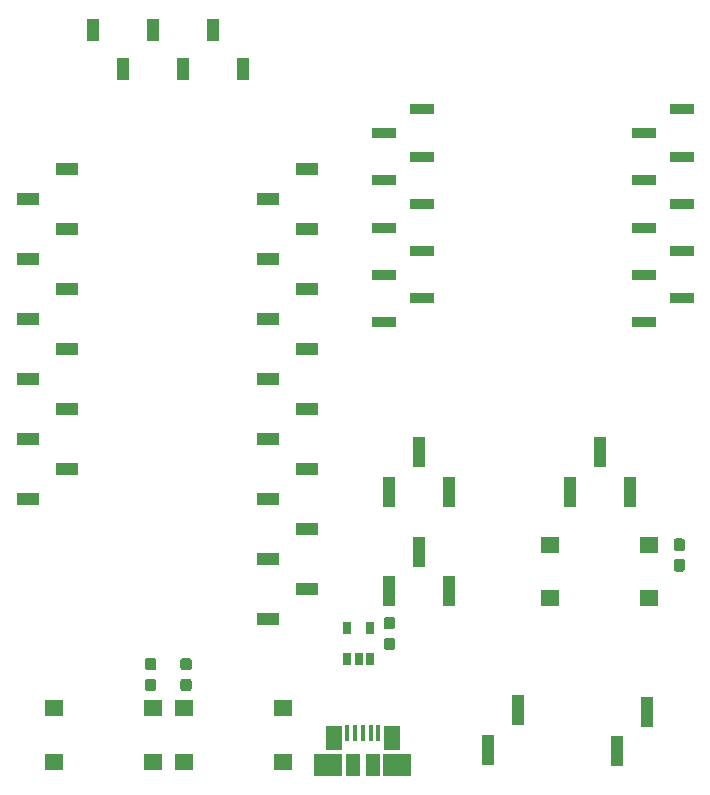
<source format=gtp>
G04 #@! TF.GenerationSoftware,KiCad,Pcbnew,(5.0.1)-3*
G04 #@! TF.CreationDate,2019-03-20T13:05:33+01:00*
G04 #@! TF.ProjectId,FeatherWing and xBee motherboard,4665617468657257696E6720616E6420,rev?*
G04 #@! TF.SameCoordinates,Original*
G04 #@! TF.FileFunction,Paste,Top*
G04 #@! TF.FilePolarity,Positive*
%FSLAX46Y46*%
G04 Gerber Fmt 4.6, Leading zero omitted, Abs format (unit mm)*
G04 Created by KiCad (PCBNEW (5.0.1)-3) date 20.03.2019 13:05:33*
%MOMM*%
%LPD*%
G01*
G04 APERTURE LIST*
%ADD10R,0.450000X1.380000*%
%ADD11R,1.475000X2.100000*%
%ADD12R,2.375000X1.900000*%
%ADD13R,1.175000X1.900000*%
%ADD14C,0.100000*%
%ADD15C,0.950000*%
%ADD16R,1.000000X2.510000*%
%ADD17R,2.000000X0.900000*%
%ADD18R,1.900000X1.000000*%
%ADD19R,1.600000X1.400000*%
%ADD20R,1.000000X1.900000*%
%ADD21R,0.660000X1.000000*%
G04 APERTURE END LIST*
D10*
G04 #@! TO.C,J1*
X113770800Y-136098000D03*
X114420800Y-136098000D03*
X115070800Y-136098000D03*
X115720800Y-136098000D03*
X116370800Y-136098000D03*
D11*
X112608300Y-136458000D03*
X117533300Y-136458000D03*
D12*
X112160800Y-138758000D03*
X117980800Y-138758000D03*
D13*
X114230800Y-138758000D03*
X115910800Y-138758000D03*
G04 #@! TD*
D14*
G04 #@! TO.C,R1*
G36*
X97361579Y-131464144D02*
X97384634Y-131467563D01*
X97407243Y-131473227D01*
X97429187Y-131481079D01*
X97450257Y-131491044D01*
X97470248Y-131503026D01*
X97488968Y-131516910D01*
X97506238Y-131532562D01*
X97521890Y-131549832D01*
X97535774Y-131568552D01*
X97547756Y-131588543D01*
X97557721Y-131609613D01*
X97565573Y-131631557D01*
X97571237Y-131654166D01*
X97574656Y-131677221D01*
X97575800Y-131700500D01*
X97575800Y-132275500D01*
X97574656Y-132298779D01*
X97571237Y-132321834D01*
X97565573Y-132344443D01*
X97557721Y-132366387D01*
X97547756Y-132387457D01*
X97535774Y-132407448D01*
X97521890Y-132426168D01*
X97506238Y-132443438D01*
X97488968Y-132459090D01*
X97470248Y-132472974D01*
X97450257Y-132484956D01*
X97429187Y-132494921D01*
X97407243Y-132502773D01*
X97384634Y-132508437D01*
X97361579Y-132511856D01*
X97338300Y-132513000D01*
X96863300Y-132513000D01*
X96840021Y-132511856D01*
X96816966Y-132508437D01*
X96794357Y-132502773D01*
X96772413Y-132494921D01*
X96751343Y-132484956D01*
X96731352Y-132472974D01*
X96712632Y-132459090D01*
X96695362Y-132443438D01*
X96679710Y-132426168D01*
X96665826Y-132407448D01*
X96653844Y-132387457D01*
X96643879Y-132366387D01*
X96636027Y-132344443D01*
X96630363Y-132321834D01*
X96626944Y-132298779D01*
X96625800Y-132275500D01*
X96625800Y-131700500D01*
X96626944Y-131677221D01*
X96630363Y-131654166D01*
X96636027Y-131631557D01*
X96643879Y-131609613D01*
X96653844Y-131588543D01*
X96665826Y-131568552D01*
X96679710Y-131549832D01*
X96695362Y-131532562D01*
X96712632Y-131516910D01*
X96731352Y-131503026D01*
X96751343Y-131491044D01*
X96772413Y-131481079D01*
X96794357Y-131473227D01*
X96816966Y-131467563D01*
X96840021Y-131464144D01*
X96863300Y-131463000D01*
X97338300Y-131463000D01*
X97361579Y-131464144D01*
X97361579Y-131464144D01*
G37*
D15*
X97100800Y-131988000D03*
D14*
G36*
X97361579Y-129714144D02*
X97384634Y-129717563D01*
X97407243Y-129723227D01*
X97429187Y-129731079D01*
X97450257Y-129741044D01*
X97470248Y-129753026D01*
X97488968Y-129766910D01*
X97506238Y-129782562D01*
X97521890Y-129799832D01*
X97535774Y-129818552D01*
X97547756Y-129838543D01*
X97557721Y-129859613D01*
X97565573Y-129881557D01*
X97571237Y-129904166D01*
X97574656Y-129927221D01*
X97575800Y-129950500D01*
X97575800Y-130525500D01*
X97574656Y-130548779D01*
X97571237Y-130571834D01*
X97565573Y-130594443D01*
X97557721Y-130616387D01*
X97547756Y-130637457D01*
X97535774Y-130657448D01*
X97521890Y-130676168D01*
X97506238Y-130693438D01*
X97488968Y-130709090D01*
X97470248Y-130722974D01*
X97450257Y-130734956D01*
X97429187Y-130744921D01*
X97407243Y-130752773D01*
X97384634Y-130758437D01*
X97361579Y-130761856D01*
X97338300Y-130763000D01*
X96863300Y-130763000D01*
X96840021Y-130761856D01*
X96816966Y-130758437D01*
X96794357Y-130752773D01*
X96772413Y-130744921D01*
X96751343Y-130734956D01*
X96731352Y-130722974D01*
X96712632Y-130709090D01*
X96695362Y-130693438D01*
X96679710Y-130676168D01*
X96665826Y-130657448D01*
X96653844Y-130637457D01*
X96643879Y-130616387D01*
X96636027Y-130594443D01*
X96630363Y-130571834D01*
X96626944Y-130548779D01*
X96625800Y-130525500D01*
X96625800Y-129950500D01*
X96626944Y-129927221D01*
X96630363Y-129904166D01*
X96636027Y-129881557D01*
X96643879Y-129859613D01*
X96653844Y-129838543D01*
X96665826Y-129818552D01*
X96679710Y-129799832D01*
X96695362Y-129782562D01*
X96712632Y-129766910D01*
X96731352Y-129753026D01*
X96751343Y-129741044D01*
X96772413Y-129731079D01*
X96794357Y-129723227D01*
X96816966Y-129717563D01*
X96840021Y-129714144D01*
X96863300Y-129713000D01*
X97338300Y-129713000D01*
X97361579Y-129714144D01*
X97361579Y-129714144D01*
G37*
D15*
X97100800Y-130238000D03*
G04 #@! TD*
D14*
G04 #@! TO.C,R2*
G36*
X100361579Y-129714144D02*
X100384634Y-129717563D01*
X100407243Y-129723227D01*
X100429187Y-129731079D01*
X100450257Y-129741044D01*
X100470248Y-129753026D01*
X100488968Y-129766910D01*
X100506238Y-129782562D01*
X100521890Y-129799832D01*
X100535774Y-129818552D01*
X100547756Y-129838543D01*
X100557721Y-129859613D01*
X100565573Y-129881557D01*
X100571237Y-129904166D01*
X100574656Y-129927221D01*
X100575800Y-129950500D01*
X100575800Y-130525500D01*
X100574656Y-130548779D01*
X100571237Y-130571834D01*
X100565573Y-130594443D01*
X100557721Y-130616387D01*
X100547756Y-130637457D01*
X100535774Y-130657448D01*
X100521890Y-130676168D01*
X100506238Y-130693438D01*
X100488968Y-130709090D01*
X100470248Y-130722974D01*
X100450257Y-130734956D01*
X100429187Y-130744921D01*
X100407243Y-130752773D01*
X100384634Y-130758437D01*
X100361579Y-130761856D01*
X100338300Y-130763000D01*
X99863300Y-130763000D01*
X99840021Y-130761856D01*
X99816966Y-130758437D01*
X99794357Y-130752773D01*
X99772413Y-130744921D01*
X99751343Y-130734956D01*
X99731352Y-130722974D01*
X99712632Y-130709090D01*
X99695362Y-130693438D01*
X99679710Y-130676168D01*
X99665826Y-130657448D01*
X99653844Y-130637457D01*
X99643879Y-130616387D01*
X99636027Y-130594443D01*
X99630363Y-130571834D01*
X99626944Y-130548779D01*
X99625800Y-130525500D01*
X99625800Y-129950500D01*
X99626944Y-129927221D01*
X99630363Y-129904166D01*
X99636027Y-129881557D01*
X99643879Y-129859613D01*
X99653844Y-129838543D01*
X99665826Y-129818552D01*
X99679710Y-129799832D01*
X99695362Y-129782562D01*
X99712632Y-129766910D01*
X99731352Y-129753026D01*
X99751343Y-129741044D01*
X99772413Y-129731079D01*
X99794357Y-129723227D01*
X99816966Y-129717563D01*
X99840021Y-129714144D01*
X99863300Y-129713000D01*
X100338300Y-129713000D01*
X100361579Y-129714144D01*
X100361579Y-129714144D01*
G37*
D15*
X100100800Y-130238000D03*
D14*
G36*
X100361579Y-131464144D02*
X100384634Y-131467563D01*
X100407243Y-131473227D01*
X100429187Y-131481079D01*
X100450257Y-131491044D01*
X100470248Y-131503026D01*
X100488968Y-131516910D01*
X100506238Y-131532562D01*
X100521890Y-131549832D01*
X100535774Y-131568552D01*
X100547756Y-131588543D01*
X100557721Y-131609613D01*
X100565573Y-131631557D01*
X100571237Y-131654166D01*
X100574656Y-131677221D01*
X100575800Y-131700500D01*
X100575800Y-132275500D01*
X100574656Y-132298779D01*
X100571237Y-132321834D01*
X100565573Y-132344443D01*
X100557721Y-132366387D01*
X100547756Y-132387457D01*
X100535774Y-132407448D01*
X100521890Y-132426168D01*
X100506238Y-132443438D01*
X100488968Y-132459090D01*
X100470248Y-132472974D01*
X100450257Y-132484956D01*
X100429187Y-132494921D01*
X100407243Y-132502773D01*
X100384634Y-132508437D01*
X100361579Y-132511856D01*
X100338300Y-132513000D01*
X99863300Y-132513000D01*
X99840021Y-132511856D01*
X99816966Y-132508437D01*
X99794357Y-132502773D01*
X99772413Y-132494921D01*
X99751343Y-132484956D01*
X99731352Y-132472974D01*
X99712632Y-132459090D01*
X99695362Y-132443438D01*
X99679710Y-132426168D01*
X99665826Y-132407448D01*
X99653844Y-132387457D01*
X99643879Y-132366387D01*
X99636027Y-132344443D01*
X99630363Y-132321834D01*
X99626944Y-132298779D01*
X99625800Y-132275500D01*
X99625800Y-131700500D01*
X99626944Y-131677221D01*
X99630363Y-131654166D01*
X99636027Y-131631557D01*
X99643879Y-131609613D01*
X99653844Y-131588543D01*
X99665826Y-131568552D01*
X99679710Y-131549832D01*
X99695362Y-131532562D01*
X99712632Y-131516910D01*
X99731352Y-131503026D01*
X99751343Y-131491044D01*
X99772413Y-131481079D01*
X99794357Y-131473227D01*
X99816966Y-131467563D01*
X99840021Y-131464144D01*
X99863300Y-131463000D01*
X100338300Y-131463000D01*
X100361579Y-131464144D01*
X100361579Y-131464144D01*
G37*
D15*
X100100800Y-131988000D03*
G04 #@! TD*
D16*
G04 #@! TO.C,SW4*
X117294000Y-115621000D03*
X122374000Y-115621000D03*
X119834000Y-112311000D03*
G04 #@! TD*
G04 #@! TO.C,SW5*
X135148800Y-112311000D03*
X137688800Y-115621000D03*
X132608800Y-115621000D03*
G04 #@! TD*
D14*
G04 #@! TO.C,C1*
G36*
X117584779Y-126238144D02*
X117607834Y-126241563D01*
X117630443Y-126247227D01*
X117652387Y-126255079D01*
X117673457Y-126265044D01*
X117693448Y-126277026D01*
X117712168Y-126290910D01*
X117729438Y-126306562D01*
X117745090Y-126323832D01*
X117758974Y-126342552D01*
X117770956Y-126362543D01*
X117780921Y-126383613D01*
X117788773Y-126405557D01*
X117794437Y-126428166D01*
X117797856Y-126451221D01*
X117799000Y-126474500D01*
X117799000Y-127049500D01*
X117797856Y-127072779D01*
X117794437Y-127095834D01*
X117788773Y-127118443D01*
X117780921Y-127140387D01*
X117770956Y-127161457D01*
X117758974Y-127181448D01*
X117745090Y-127200168D01*
X117729438Y-127217438D01*
X117712168Y-127233090D01*
X117693448Y-127246974D01*
X117673457Y-127258956D01*
X117652387Y-127268921D01*
X117630443Y-127276773D01*
X117607834Y-127282437D01*
X117584779Y-127285856D01*
X117561500Y-127287000D01*
X117086500Y-127287000D01*
X117063221Y-127285856D01*
X117040166Y-127282437D01*
X117017557Y-127276773D01*
X116995613Y-127268921D01*
X116974543Y-127258956D01*
X116954552Y-127246974D01*
X116935832Y-127233090D01*
X116918562Y-127217438D01*
X116902910Y-127200168D01*
X116889026Y-127181448D01*
X116877044Y-127161457D01*
X116867079Y-127140387D01*
X116859227Y-127118443D01*
X116853563Y-127095834D01*
X116850144Y-127072779D01*
X116849000Y-127049500D01*
X116849000Y-126474500D01*
X116850144Y-126451221D01*
X116853563Y-126428166D01*
X116859227Y-126405557D01*
X116867079Y-126383613D01*
X116877044Y-126362543D01*
X116889026Y-126342552D01*
X116902910Y-126323832D01*
X116918562Y-126306562D01*
X116935832Y-126290910D01*
X116954552Y-126277026D01*
X116974543Y-126265044D01*
X116995613Y-126255079D01*
X117017557Y-126247227D01*
X117040166Y-126241563D01*
X117063221Y-126238144D01*
X117086500Y-126237000D01*
X117561500Y-126237000D01*
X117584779Y-126238144D01*
X117584779Y-126238144D01*
G37*
D15*
X117324000Y-126762000D03*
D14*
G36*
X117584779Y-127988144D02*
X117607834Y-127991563D01*
X117630443Y-127997227D01*
X117652387Y-128005079D01*
X117673457Y-128015044D01*
X117693448Y-128027026D01*
X117712168Y-128040910D01*
X117729438Y-128056562D01*
X117745090Y-128073832D01*
X117758974Y-128092552D01*
X117770956Y-128112543D01*
X117780921Y-128133613D01*
X117788773Y-128155557D01*
X117794437Y-128178166D01*
X117797856Y-128201221D01*
X117799000Y-128224500D01*
X117799000Y-128799500D01*
X117797856Y-128822779D01*
X117794437Y-128845834D01*
X117788773Y-128868443D01*
X117780921Y-128890387D01*
X117770956Y-128911457D01*
X117758974Y-128931448D01*
X117745090Y-128950168D01*
X117729438Y-128967438D01*
X117712168Y-128983090D01*
X117693448Y-128996974D01*
X117673457Y-129008956D01*
X117652387Y-129018921D01*
X117630443Y-129026773D01*
X117607834Y-129032437D01*
X117584779Y-129035856D01*
X117561500Y-129037000D01*
X117086500Y-129037000D01*
X117063221Y-129035856D01*
X117040166Y-129032437D01*
X117017557Y-129026773D01*
X116995613Y-129018921D01*
X116974543Y-129008956D01*
X116954552Y-128996974D01*
X116935832Y-128983090D01*
X116918562Y-128967438D01*
X116902910Y-128950168D01*
X116889026Y-128931448D01*
X116877044Y-128911457D01*
X116867079Y-128890387D01*
X116859227Y-128868443D01*
X116853563Y-128845834D01*
X116850144Y-128822779D01*
X116849000Y-128799500D01*
X116849000Y-128224500D01*
X116850144Y-128201221D01*
X116853563Y-128178166D01*
X116859227Y-128155557D01*
X116867079Y-128133613D01*
X116877044Y-128112543D01*
X116889026Y-128092552D01*
X116902910Y-128073832D01*
X116918562Y-128056562D01*
X116935832Y-128040910D01*
X116954552Y-128027026D01*
X116974543Y-128015044D01*
X116995613Y-128005079D01*
X117017557Y-127997227D01*
X117040166Y-127991563D01*
X117063221Y-127988144D01*
X117086500Y-127987000D01*
X117561500Y-127987000D01*
X117584779Y-127988144D01*
X117584779Y-127988144D01*
G37*
D15*
X117324000Y-128512000D03*
G04 #@! TD*
D17*
G04 #@! TO.C,U1*
X138874000Y-85266000D03*
X138874000Y-89266000D03*
X138874000Y-93266000D03*
X138874000Y-97266000D03*
X138874000Y-101266000D03*
X142074000Y-83266000D03*
X142074000Y-87266000D03*
X142074000Y-91266000D03*
X142074000Y-95266000D03*
X142074000Y-99266000D03*
X116874000Y-85266000D03*
X116874000Y-89266000D03*
X116874000Y-93266000D03*
X116874000Y-97266000D03*
X116874000Y-101266000D03*
X120074000Y-83266000D03*
X120074000Y-87266000D03*
X120074000Y-91266000D03*
X120074000Y-95266000D03*
X120074000Y-99266000D03*
G04 #@! TD*
D18*
G04 #@! TO.C,U2*
X86734532Y-90866070D03*
X86734532Y-95946070D03*
X86734532Y-101026070D03*
X86734532Y-106106070D03*
X86734532Y-111186070D03*
X86734532Y-116266070D03*
X90034532Y-88326070D03*
X90034532Y-93406070D03*
X90034532Y-98486070D03*
X90034532Y-103566070D03*
X90034532Y-108646070D03*
X90034532Y-113726070D03*
X107050268Y-90868000D03*
X107050268Y-95948000D03*
X107050268Y-101028000D03*
X107050268Y-106108000D03*
X107050268Y-111188000D03*
X107050268Y-116268000D03*
X107050268Y-121348000D03*
X107050268Y-126428000D03*
X110350268Y-88328000D03*
X110350268Y-93408000D03*
X110350268Y-98488000D03*
X110350268Y-103568000D03*
X110350268Y-108648000D03*
X110350268Y-113728000D03*
X110350268Y-118808000D03*
X110350268Y-123888000D03*
G04 #@! TD*
D19*
G04 #@! TO.C,SW1*
X88900800Y-138488000D03*
X88900800Y-133988000D03*
X97300800Y-133988000D03*
X97300800Y-138488000D03*
G04 #@! TD*
G04 #@! TO.C,SW2*
X108300800Y-138488000D03*
X108300800Y-133988000D03*
X99900800Y-133988000D03*
X99900800Y-138488000D03*
G04 #@! TD*
D16*
G04 #@! TO.C,J2*
X128248800Y-134150000D03*
X125708800Y-137460000D03*
G04 #@! TD*
G04 #@! TO.C,J3*
X136608300Y-137563000D03*
X139148300Y-134253000D03*
G04 #@! TD*
D14*
G04 #@! TO.C,R3*
G36*
X142134779Y-121342144D02*
X142157834Y-121345563D01*
X142180443Y-121351227D01*
X142202387Y-121359079D01*
X142223457Y-121369044D01*
X142243448Y-121381026D01*
X142262168Y-121394910D01*
X142279438Y-121410562D01*
X142295090Y-121427832D01*
X142308974Y-121446552D01*
X142320956Y-121466543D01*
X142330921Y-121487613D01*
X142338773Y-121509557D01*
X142344437Y-121532166D01*
X142347856Y-121555221D01*
X142349000Y-121578500D01*
X142349000Y-122153500D01*
X142347856Y-122176779D01*
X142344437Y-122199834D01*
X142338773Y-122222443D01*
X142330921Y-122244387D01*
X142320956Y-122265457D01*
X142308974Y-122285448D01*
X142295090Y-122304168D01*
X142279438Y-122321438D01*
X142262168Y-122337090D01*
X142243448Y-122350974D01*
X142223457Y-122362956D01*
X142202387Y-122372921D01*
X142180443Y-122380773D01*
X142157834Y-122386437D01*
X142134779Y-122389856D01*
X142111500Y-122391000D01*
X141636500Y-122391000D01*
X141613221Y-122389856D01*
X141590166Y-122386437D01*
X141567557Y-122380773D01*
X141545613Y-122372921D01*
X141524543Y-122362956D01*
X141504552Y-122350974D01*
X141485832Y-122337090D01*
X141468562Y-122321438D01*
X141452910Y-122304168D01*
X141439026Y-122285448D01*
X141427044Y-122265457D01*
X141417079Y-122244387D01*
X141409227Y-122222443D01*
X141403563Y-122199834D01*
X141400144Y-122176779D01*
X141399000Y-122153500D01*
X141399000Y-121578500D01*
X141400144Y-121555221D01*
X141403563Y-121532166D01*
X141409227Y-121509557D01*
X141417079Y-121487613D01*
X141427044Y-121466543D01*
X141439026Y-121446552D01*
X141452910Y-121427832D01*
X141468562Y-121410562D01*
X141485832Y-121394910D01*
X141504552Y-121381026D01*
X141524543Y-121369044D01*
X141545613Y-121359079D01*
X141567557Y-121351227D01*
X141590166Y-121345563D01*
X141613221Y-121342144D01*
X141636500Y-121341000D01*
X142111500Y-121341000D01*
X142134779Y-121342144D01*
X142134779Y-121342144D01*
G37*
D15*
X141874000Y-121866000D03*
D14*
G36*
X142134779Y-119592144D02*
X142157834Y-119595563D01*
X142180443Y-119601227D01*
X142202387Y-119609079D01*
X142223457Y-119619044D01*
X142243448Y-119631026D01*
X142262168Y-119644910D01*
X142279438Y-119660562D01*
X142295090Y-119677832D01*
X142308974Y-119696552D01*
X142320956Y-119716543D01*
X142330921Y-119737613D01*
X142338773Y-119759557D01*
X142344437Y-119782166D01*
X142347856Y-119805221D01*
X142349000Y-119828500D01*
X142349000Y-120403500D01*
X142347856Y-120426779D01*
X142344437Y-120449834D01*
X142338773Y-120472443D01*
X142330921Y-120494387D01*
X142320956Y-120515457D01*
X142308974Y-120535448D01*
X142295090Y-120554168D01*
X142279438Y-120571438D01*
X142262168Y-120587090D01*
X142243448Y-120600974D01*
X142223457Y-120612956D01*
X142202387Y-120622921D01*
X142180443Y-120630773D01*
X142157834Y-120636437D01*
X142134779Y-120639856D01*
X142111500Y-120641000D01*
X141636500Y-120641000D01*
X141613221Y-120639856D01*
X141590166Y-120636437D01*
X141567557Y-120630773D01*
X141545613Y-120622921D01*
X141524543Y-120612956D01*
X141504552Y-120600974D01*
X141485832Y-120587090D01*
X141468562Y-120571438D01*
X141452910Y-120554168D01*
X141439026Y-120535448D01*
X141427044Y-120515457D01*
X141417079Y-120494387D01*
X141409227Y-120472443D01*
X141403563Y-120449834D01*
X141400144Y-120426779D01*
X141399000Y-120403500D01*
X141399000Y-119828500D01*
X141400144Y-119805221D01*
X141403563Y-119782166D01*
X141409227Y-119759557D01*
X141417079Y-119737613D01*
X141427044Y-119716543D01*
X141439026Y-119696552D01*
X141452910Y-119677832D01*
X141468562Y-119660562D01*
X141485832Y-119644910D01*
X141504552Y-119631026D01*
X141524543Y-119619044D01*
X141545613Y-119609079D01*
X141567557Y-119601227D01*
X141590166Y-119595563D01*
X141613221Y-119592144D01*
X141636500Y-119591000D01*
X142111500Y-119591000D01*
X142134779Y-119592144D01*
X142134779Y-119592144D01*
G37*
D15*
X141874000Y-120116000D03*
G04 #@! TD*
D20*
G04 #@! TO.C,J4*
X94757400Y-79818000D03*
X99837400Y-79818000D03*
X104917400Y-79818000D03*
X92217400Y-76518000D03*
X97297400Y-76518000D03*
X102377400Y-76518000D03*
G04 #@! TD*
D16*
G04 #@! TO.C,SW6*
X119864000Y-120756000D03*
X122404000Y-124066000D03*
X117324000Y-124066000D03*
G04 #@! TD*
D19*
G04 #@! TO.C,SW3*
X139324000Y-124661000D03*
X139324000Y-120161000D03*
X130924000Y-120161000D03*
X130924000Y-124661000D03*
G04 #@! TD*
D21*
G04 #@! TO.C,U3*
X115670800Y-129761000D03*
X114720800Y-129761000D03*
X113770800Y-129761000D03*
X113770800Y-127161000D03*
X115670800Y-127161000D03*
G04 #@! TD*
M02*

</source>
